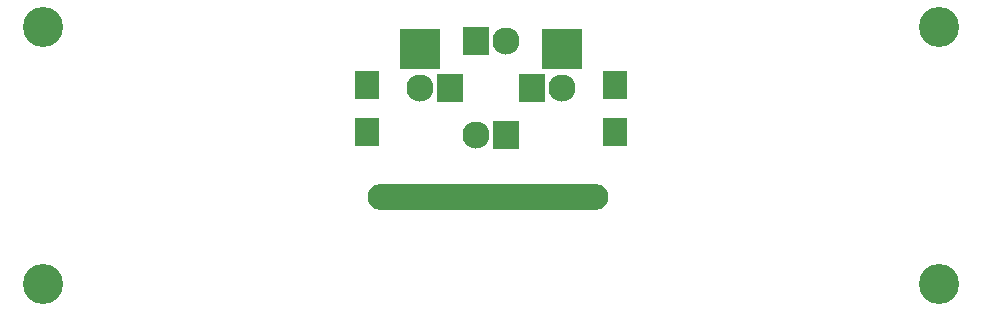
<source format=gbr>
G04 #@! TF.FileFunction,Soldermask,Bot*
%FSLAX46Y46*%
G04 Gerber Fmt 4.6, Leading zero omitted, Abs format (unit mm)*
G04 Created by KiCad (PCBNEW 4.0.6) date Sunday, 17 September 2017 'PMt' 18:00:55*
%MOMM*%
%LPD*%
G01*
G04 APERTURE LIST*
%ADD10C,0.100000*%
%ADD11C,3.400000*%
%ADD12O,20.400000X2.200000*%
%ADD13R,2.300000X2.400000*%
%ADD14C,2.300000*%
%ADD15R,2.100000X2.400000*%
%ADD16R,3.400000X3.400000*%
G04 APERTURE END LIST*
D10*
D11*
X179400000Y-73600000D03*
X179400000Y-95400000D03*
X103600000Y-95400000D03*
X103600000Y-73600000D03*
D12*
X141250000Y-88000000D03*
D13*
X145000000Y-78750000D03*
D14*
X147540000Y-78750000D03*
D13*
X140250000Y-74750000D03*
D14*
X142790000Y-74750000D03*
D13*
X138000000Y-78750000D03*
D14*
X135460000Y-78750000D03*
D13*
X142750000Y-82750000D03*
D14*
X140210000Y-82750000D03*
D15*
X152000000Y-82500000D03*
X152000000Y-78500000D03*
X131000000Y-78500000D03*
X131000000Y-82500000D03*
D16*
X135500000Y-75500000D03*
X147500000Y-75500000D03*
M02*

</source>
